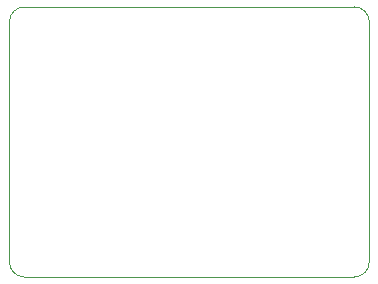
<source format=gbr>
%TF.GenerationSoftware,KiCad,Pcbnew,(5.1.10)-1*%
%TF.CreationDate,2021-09-04T16:11:19-06:00*%
%TF.ProjectId,UselessBox,5573656c-6573-4734-926f-782e6b696361,rev?*%
%TF.SameCoordinates,Original*%
%TF.FileFunction,Profile,NP*%
%FSLAX46Y46*%
G04 Gerber Fmt 4.6, Leading zero omitted, Abs format (unit mm)*
G04 Created by KiCad (PCBNEW (5.1.10)-1) date 2021-09-04 16:11:19*
%MOMM*%
%LPD*%
G01*
G04 APERTURE LIST*
%TA.AperFunction,Profile*%
%ADD10C,0.050000*%
%TD*%
G04 APERTURE END LIST*
D10*
X34290000Y-90170000D02*
X34290000Y-69850000D01*
X64770000Y-69850000D02*
X64770000Y-90170000D01*
X63500000Y-68580000D02*
G75*
G02*
X64770000Y-69850000I0J-1270000D01*
G01*
X34290000Y-69850000D02*
G75*
G02*
X35560000Y-68580000I1270000J0D01*
G01*
X64770000Y-90170000D02*
G75*
G02*
X63500000Y-91440000I-1270000J0D01*
G01*
X35560000Y-91440000D02*
G75*
G02*
X34290000Y-90170000I0J1270000D01*
G01*
X63500000Y-68580000D02*
X35560000Y-68580000D01*
X35560000Y-91440000D02*
X63500000Y-91440000D01*
M02*

</source>
